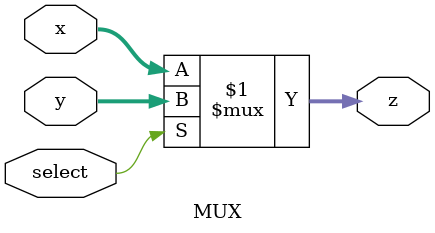
<source format=v>
module MUX (input[7:0] x, y,input select, output[7:0] z);
assign z = (select) ? y : x;
endmodule 
</source>
